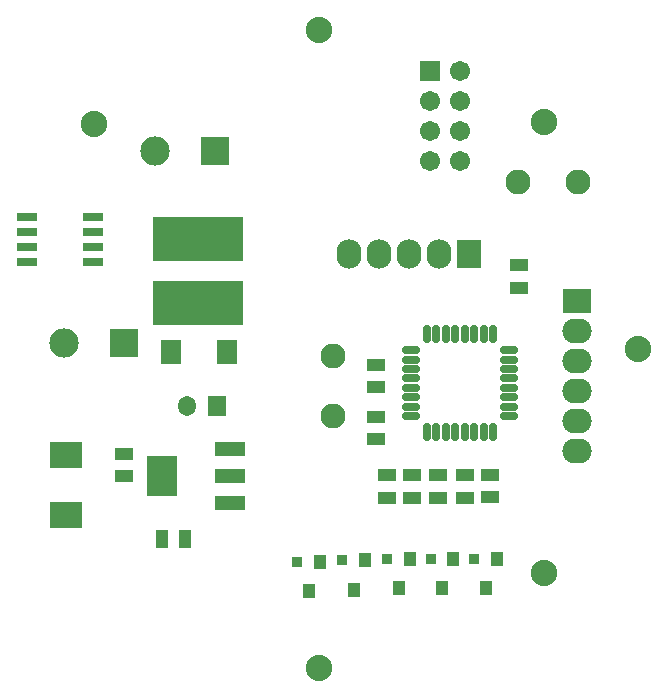
<source format=gts>
G04*
G04 #@! TF.GenerationSoftware,Altium Limited,Altium Designer,21.0.9 (235)*
G04*
G04 Layer_Color=8388736*
%FSTAX24Y24*%
%MOIN*%
G70*
G04*
G04 #@! TF.SameCoordinates,013E48BC-1F52-4242-9F7F-A7329D5E5ACC*
G04*
G04*
G04 #@! TF.FilePolarity,Negative*
G04*
G01*
G75*
%ADD29R,0.0354X0.0374*%
%ADD30R,0.0710X0.0316*%
%ADD31R,0.1025X0.1379*%
%ADD32R,0.1025X0.0474*%
%ADD33R,0.0710X0.0789*%
%ADD34R,0.3033X0.1458*%
%ADD35O,0.0297X0.0611*%
%ADD36O,0.0611X0.0297*%
%ADD37R,0.0592X0.0434*%
%ADD38R,0.0434X0.0592*%
%ADD39R,0.0434X0.0454*%
%ADD40R,0.0671X0.0671*%
%ADD41C,0.0671*%
%ADD42C,0.0980*%
%ADD43R,0.0980X0.0980*%
%ADD44R,0.1064X0.0867*%
%ADD45O,0.0980X0.0830*%
%ADD46R,0.0980X0.0830*%
%ADD47R,0.0592X0.0671*%
%ADD48O,0.0592X0.0671*%
%ADD49C,0.0880*%
%ADD50O,0.0830X0.0980*%
%ADD51R,0.0830X0.0980*%
%ADD52C,0.0830*%
D29*
X040526Y024392D02*
D03*
X037526Y024292D02*
D03*
X039026Y024342D02*
D03*
X041976Y024392D02*
D03*
X043426D02*
D03*
D30*
X028498Y0358D02*
D03*
Y0353D02*
D03*
Y0348D02*
D03*
Y0343D02*
D03*
X030702Y0358D02*
D03*
Y0353D02*
D03*
Y0348D02*
D03*
Y0343D02*
D03*
D31*
X033008Y02715D02*
D03*
D32*
X035292Y028056D02*
D03*
Y02715D02*
D03*
Y026244D02*
D03*
D33*
X033317Y031299D02*
D03*
X035167D02*
D03*
D34*
X034213Y035069D02*
D03*
Y032904D02*
D03*
D35*
X041848Y031884D02*
D03*
X042163D02*
D03*
X042478D02*
D03*
X042793D02*
D03*
X043107D02*
D03*
X043422D02*
D03*
X043737D02*
D03*
X044052D02*
D03*
Y028616D02*
D03*
X043737D02*
D03*
X043422D02*
D03*
X043107D02*
D03*
X042793D02*
D03*
X042478D02*
D03*
X042163D02*
D03*
X041848D02*
D03*
D36*
X044584Y031352D02*
D03*
Y031037D02*
D03*
Y030722D02*
D03*
Y030407D02*
D03*
Y030093D02*
D03*
Y029778D02*
D03*
Y029463D02*
D03*
Y029148D02*
D03*
X041316D02*
D03*
Y029463D02*
D03*
Y029778D02*
D03*
Y030093D02*
D03*
Y030407D02*
D03*
Y030722D02*
D03*
Y031037D02*
D03*
Y031352D02*
D03*
D37*
X03175Y0279D02*
D03*
Y027152D02*
D03*
X0449Y034174D02*
D03*
Y033426D02*
D03*
X0422Y027174D02*
D03*
Y026426D02*
D03*
X0405Y027174D02*
D03*
Y026426D02*
D03*
X04135Y027174D02*
D03*
Y026426D02*
D03*
X040157Y030108D02*
D03*
Y030856D02*
D03*
X04015Y029124D02*
D03*
Y028376D02*
D03*
X0431Y027174D02*
D03*
Y026426D02*
D03*
X04395Y0272D02*
D03*
Y026452D02*
D03*
D38*
X033026Y02505D02*
D03*
X033774D02*
D03*
D39*
X041274Y024392D02*
D03*
X0409Y023408D02*
D03*
X038274Y024292D02*
D03*
X0379Y023308D02*
D03*
X039774Y024342D02*
D03*
X0394Y023358D02*
D03*
X042724Y024392D02*
D03*
X04235Y023408D02*
D03*
X044174Y024392D02*
D03*
X0438Y023408D02*
D03*
D40*
X041943Y040652D02*
D03*
D41*
X042943D02*
D03*
X041943Y039652D02*
D03*
X042943D02*
D03*
X041943Y038652D02*
D03*
X042943D02*
D03*
X041943Y037652D02*
D03*
X042943D02*
D03*
D42*
X032774Y037992D02*
D03*
X02975Y0316D02*
D03*
D43*
X034774Y037992D02*
D03*
X03175Y0316D02*
D03*
D44*
X0298Y02785D02*
D03*
Y02585D02*
D03*
D45*
X046831Y027974D02*
D03*
Y029974D02*
D03*
Y030974D02*
D03*
Y031974D02*
D03*
Y028974D02*
D03*
D46*
Y032974D02*
D03*
D47*
X03485Y0295D02*
D03*
D48*
X03385D02*
D03*
D49*
X038248Y020748D02*
D03*
X030748Y038898D02*
D03*
X038248Y042028D02*
D03*
X045731Y038948D02*
D03*
X048878Y031398D02*
D03*
X045733Y023912D02*
D03*
D50*
X03925Y03455D02*
D03*
X04225D02*
D03*
X04125D02*
D03*
X04025D02*
D03*
D51*
X04325D02*
D03*
D52*
X046891Y036958D02*
D03*
X044891D02*
D03*
X0387Y02915D02*
D03*
Y03115D02*
D03*
M02*

</source>
